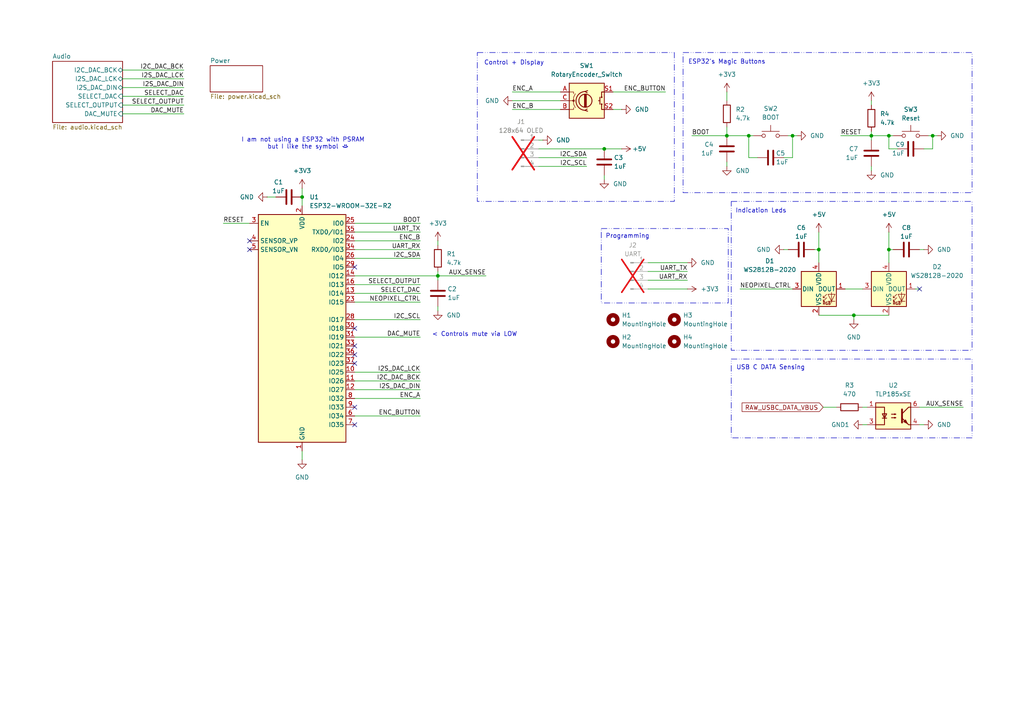
<source format=kicad_sch>
(kicad_sch (version 20250114) (generator "eeschema") (generator_version "9.0")
  (paper "A4")
  (title_block (title "echowawa") (date "2025-07-27") (rev "v1") (company "moonbeeper"))
  (lib_symbols
    (symbol "Connector:Conn_01x04_Pin" (pin_names (offset 1.016) (hide yes))
      (property "Reference" "J" (at 0 5.08 0))
      (property "Value" "Conn_01x04_Pin" (at 0 -7.62 0))
      (symbol "Conn_01x04_Pin_1_1"
        (rectangle (start 0.8636 2.667) (end 0 2.413) (stroke (width 0.1524)) (fill (type outline)))
        (rectangle (start 0.8636 0.127) (end 0 -0.127) (stroke (width 0.1524)) (fill (type outline)))
        (rectangle (start 0.8636 -2.413) (end 0 -2.667) (stroke (width 0.1524)) (fill (type outline)))
        (rectangle (start 0.8636 -4.953) (end 0 -5.207) (stroke (width 0.1524)) (fill (type outline)))
        (polyline (pts (xy 1.27 2.54) (xy 0.8636 2.54)) (stroke (width 0.1524)))
        (polyline (pts (xy 1.27 0) (xy 0.8636 0)) (stroke (width 0.1524)))
        (polyline (pts (xy 1.27 -2.54) (xy 0.8636 -2.54)) (stroke (width 0.1524)))
        (polyline (pts (xy 1.27 -5.08) (xy 0.8636 -5.08)) (stroke (width 0.1524)))
        (pin passive line (at 5.08 2.54 180) (length 3.81) (name "Pin_1") (number "1"))
        (pin passive line (at 5.08 0 180) (length 3.81) (name "Pin_2") (number "2"))
        (pin passive line (at 5.08 -2.54 180) (length 3.81) (name "Pin_3") (number "3"))
        (pin passive line (at 5.08 -5.08 180) (length 3.81) (name "Pin_4") (number "4"))
      )
    )
    (symbol "Device:C" (pin_numbers (hide yes)) (pin_names (offset 0.254))
      (property "Reference" "C" (at 0.635 2.54 0))
      (property "Value" "C" (at 0.635 -2.54 0))
      (symbol "C_0_1"
        (polyline (pts (xy -2.032 0.762) (xy 2.032 0.762)) (stroke (width 0.508)))
        (polyline (pts (xy -2.032 -0.762) (xy 2.032 -0.762)) (stroke (width 0.508)))
      )
      (symbol "C_1_1"
        (pin passive line (at 0 3.81 270) (length 2.794) (name "~") (number "1"))
        (pin passive line (at 0 -3.81 90) (length 2.794) (name "~") (number "2"))
      )
    )
    (symbol "Device:R" (pin_numbers (hide yes)) (pin_names (offset 0))
      (property "Reference" "R" (at 2.032 0 90))
      (property "Value" "R" (at 0 0 90))
      (symbol "R_0_1"
        (rectangle (start -1.016 -2.54) (end 1.016 2.54) (stroke (width 0.254)))
      )
      (symbol "R_1_1"
        (pin passive line (at 0 3.81 270) (length 1.27) (name "~") (number "1"))
        (pin passive line (at 0 -3.81 90) (length 1.27) (name "~") (number "2"))
      )
    )
    (symbol "Device:RotaryEncoder_Switch" (pin_names (offset 0.254) (hide yes))
      (property "Reference" "SW" (at 0 6.604 0))
      (property "Value" "RotaryEncoder_Switch" (at 0 -6.604 0))
      (symbol "RotaryEncoder_Switch_0_1"
        (rectangle (start -5.08 5.08) (end 5.08 -5.08) (stroke (width 0.254)) (fill (type background)))
        (polyline (pts (xy -5.08 2.54) (xy -3.81 2.54) (xy -3.81 2.032)))
        (polyline (pts (xy -5.08 0) (xy -3.81 0) (xy -3.81 -1.016) (xy -3.302 -2.032)))
        (polyline (pts (xy -5.08 -2.54) (xy -3.81 -2.54) (xy -3.81 -2.032)))
        (polyline (pts (xy -4.318 0) (xy -3.81 0) (xy -3.81 1.016) (xy -3.302 2.032)))
        (circle (center -3.81 0) (radius 0.254) (fill (type outline)))
        (polyline (pts (xy -0.635 -1.778) (xy -0.635 1.778)) (stroke (width 0.254)))
        (circle (center -0.381 0) (radius 1.905) (stroke (width 0.254)))
        (polyline (pts (xy -0.381 -1.778) (xy -0.381 1.778)) (stroke (width 0.254)))
        (arc (start -0.381 -2.794) (mid -3.0988 -0.0635) (end -0.381 2.667) (stroke (width 0.254)))
        (polyline (pts (xy -0.127 1.778) (xy -0.127 -1.778)) (stroke (width 0.254)))
        (polyline (pts (xy 0.254 2.921) (xy -0.508 2.667) (xy 0.127 2.286)) (stroke (width 0.254)))
        (polyline (pts (xy 0.254 -3.048) (xy -0.508 -2.794) (xy 0.127 -2.413)) (stroke (width 0.254)))
        (polyline (pts (xy 3.81 1.016) (xy 3.81 -1.016)) (stroke (width 0.254)))
        (polyline (pts (xy 3.81 0) (xy 3.429 0)) (stroke (width 0.254)))
        (circle (center 4.318 1.016) (radius 0.127) (stroke (width 0.254)))
        (circle (center 4.318 -1.016) (radius 0.127) (stroke (width 0.254)))
        (polyline (pts (xy 5.08 2.54) (xy 4.318 2.54) (xy 4.318 1.016)) (stroke (width 0.254)))
        (polyline (pts (xy 5.08 -2.54) (xy 4.318 -2.54) (xy 4.318 -1.016)) (stroke (width 0.254)))
      )
      (symbol "RotaryEncoder_Switch_1_1"
        (pin passive line (at -7.62 2.54 0) (length 2.54) (name "A") (number "A"))
        (pin passive line (at -7.62 0 0) (length 2.54) (name "C") (number "C"))
        (pin passive line (at -7.62 -2.54 0) (length 2.54) (name "B") (number "B"))
        (pin passive line (at 7.62 2.54 180) (length 2.54) (name "S1") (number "S1"))
        (pin passive line (at 7.62 -2.54 180) (length 2.54) (name "S2") (number "S2"))
      )
    )
    (symbol "Isolator:TLP185xSE"
      (property "Reference" "U" (at -5.08 5.08 0))
      (property "Value" "TLP185xSE" (at -5.08 -5.08 0))
      (symbol "TLP185xSE_0_1"
        (rectangle (start -5.08 3.81) (end 5.08 -3.81) (stroke (width 0.254)) (fill (type background)))
        (polyline (pts (xy -5.08 -2.54) (xy -2.54 -2.54) (xy -2.54 2.54) (xy -5.08 2.54)) (stroke (width 0.254)))
        (polyline (pts (xy -3.175 -0.635) (xy -1.905 -0.635)) (stroke (width 0.254)))
        (polyline (pts (xy -2.54 -0.635) (xy -3.175 0.635) (xy -1.905 0.635) (xy -2.54 -0.635)) (stroke (width 0.254)))
        (polyline (pts (xy -0.508 0.508) (xy 0.762 0.508) (xy 0.381 0.381) (xy 0.381 0.635) (xy 0.762 0.508)) (stroke (width 0.254)))
        (polyline (pts (xy -0.508 -0.508) (xy 0.762 -0.508) (xy 0.381 -0.635) (xy 0.381 -0.381) (xy 0.762 -0.508)) (stroke (width 0.254)))
        (polyline (pts (xy 2.54 1.905) (xy 2.54 -1.905) (xy 2.54 -1.905)) (stroke (width 0.508)))
        (polyline (pts (xy 3.048 -1.651) (xy 3.556 -1.143) (xy 4.064 -2.159) (xy 3.048 -1.651) (xy 3.048 -1.651)) (stroke (width 0.254)) (fill (type outline)))
        (polyline (pts (xy 5.08 2.54) (xy 4.445 2.54) (xy 2.54 0.635)) (stroke (width 0.254)))
        (polyline (pts (xy 5.08 -2.54) (xy 4.445 -2.54) (xy 2.54 -0.635)) (stroke (width 0.254)))
      )
      (symbol "TLP185xSE_1_1"
        (pin passive line (at -7.62 2.54 0) (length 2.54) (name "~") (number "1"))
        (pin passive line (at -7.62 -2.54 0) (length 2.54) (name "~") (number "3"))
        (pin passive line (at 7.62 2.54 180) (length 2.54) (name "~") (number "6"))
        (pin passive line (at 7.62 -2.54 180) (length 2.54) (name "~") (number "4"))
      )
    )
    (symbol "LED:WS2812B-2020" (pin_names (offset 0.254))
      (property "Reference" "D" (at 5.08 5.715 0))
      (property "Value" "WS2812B-2020" (at 1.27 -5.715 0))
      (symbol "WS2812B-2020_0_0"
        (text "RGB" (at 2.286 -4.191 0) (effects (font (size 0.762 0.762))))
      )
      (symbol "WS2812B-2020_0_1"
        (polyline (pts (xy 1.27 -2.54) (xy 1.778 -2.54)))
        (polyline (pts (xy 1.27 -3.556) (xy 1.778 -3.556)))
        (polyline (pts (xy 2.286 -1.524) (xy 1.27 -2.54) (xy 1.27 -2.032)))
        (polyline (pts (xy 2.286 -2.54) (xy 1.27 -3.556) (xy 1.27 -3.048)))
        (polyline (pts (xy 3.683 -1.016) (xy 3.683 -3.556) (xy 3.683 -4.064)))
        (polyline (pts (xy 4.699 -1.524) (xy 2.667 -1.524) (xy 3.683 -3.556) (xy 4.699 -1.524)))
        (polyline (pts (xy 4.699 -3.556) (xy 2.667 -3.556)))
        (rectangle (start 5.08 5.08) (end -5.08 -5.08) (stroke (width 0.254)) (fill (type background)))
      )
      (symbol "WS2812B-2020_1_1"
        (pin input line (at -7.62 0 0) (length 2.54) (name "DIN") (number "3"))
        (pin power_in line (at 0 7.62 270) (length 2.54) (name "VDD") (number "4"))
        (pin power_in line (at 0 -7.62 90) (length 2.54) (name "VSS") (number "2"))
        (pin output line (at 7.62 0 180) (length 2.54) (name "DOUT") (number "1"))
      )
    )
    (symbol "Mechanical:MountingHole" (pin_names (offset 1.016)) (in_bom no)
      (property "Reference" "H" (at 0 5.08 0))
      (property "Value" "MountingHole" (at 0 3.175 0))
      (symbol "MountingHole_0_1"
        (circle (center 0 0) (radius 1.27) (stroke (width 1.27)))
      )
    )
    (symbol "RF_Module:ESP32-WROOM-32E-R2"
      (property "Reference" "U" (at -12.7 34.29 0))
      (property "Value" "ESP32-WROOM-32E-R2" (at 1.27 34.29 0))
      (symbol "ESP32-WROOM-32E-R2_0_1"
        (rectangle (start -12.7 33.02) (end 12.7 -33.02) (stroke (width 0.254)) (fill (type background)))
      )
      (symbol "ESP32-WROOM-32E-R2_1_1"
        (pin input line (at -15.24 30.48 0) (length 2.54) (name "EN") (number "3"))
        (pin input line (at -15.24 25.4 0) (length 2.54) (name "SENSOR_VP") (number "4"))
        (pin input line (at -15.24 22.86 0) (length 2.54) (name "SENSOR_VN") (number "5"))
        (pin no_connect line (at -12.7 0 0) (length 2.54) (hide yes) (name "NC") (number "21"))
        (pin no_connect line (at -12.7 -2.54 0) (length 2.54) (hide yes) (name "NC") (number "22"))
        (pin no_connect line (at -12.7 -5.08 0) (length 2.54) (hide yes) (name "NC") (number "17"))
        (pin no_connect line (at -12.7 -7.62 0) (length 2.54) (hide yes) (name "NC") (number "18"))
        (pin no_connect line (at -12.7 -10.16 0) (length 2.54) (hide yes) (name "NC") (number "20"))
        (pin no_connect line (at -12.7 -12.7 0) (length 2.54) (hide yes) (name "NC") (number "19"))
        (pin no_connect line (at -12.7 -27.94 0) (length 2.54) (hide yes) (name "NC") (number "32"))
        (pin power_in line (at 0 35.56 270) (length 2.54) (name "VDD") (number "2"))
        (pin power_in line (at 0 -35.56 90) (length 2.54) (name "GND") (number "1"))
        (pin passive line (at 0 -35.56 90) (length 2.54) (hide yes) (name "GND") (number "15"))
        (pin passive line (at 0 -35.56 90) (length 2.54) (hide yes) (name "GND") (number "38"))
        (pin passive line (at 0 -35.56 90) (length 2.54) (hide yes) (name "GND") (number "39"))
        (pin no_connect line (at 12.7 5.08 180) (length 2.54) (hide yes) (name "NC") (number "27"))
        (pin bidirectional line (at 15.24 30.48 180) (length 2.54) (name "IO0") (number "25"))
        (pin bidirectional line (at 15.24 27.94 180) (length 2.54) (name "TXD0/IO1") (number "35"))
        (pin bidirectional line (at 15.24 25.4 180) (length 2.54) (name "IO2") (number "24"))
        (pin bidirectional line (at 15.24 22.86 180) (length 2.54) (name "RXD0/IO3") (number "34"))
        (pin bidirectional line (at 15.24 20.32 180) (length 2.54) (name "IO4") (number "26"))
        (pin bidirectional line (at 15.24 17.78 180) (length 2.54) (name "IO5") (number "29"))
        (pin bidirectional line (at 15.24 15.24 180) (length 2.54) (name "IO12") (number "14"))
        (pin bidirectional line (at 15.24 12.7 180) (length 2.54) (name "IO13") (number "16"))
        (pin bidirectional line (at 15.24 10.16 180) (length 2.54) (name "IO14") (number "13"))
        (pin bidirectional line (at 15.24 7.62 180) (length 2.54) (name "IO15") (number "23"))
        (pin bidirectional line (at 15.24 2.54 180) (length 2.54) (name "IO17") (number "28"))
        (pin bidirectional line (at 15.24 0 180) (length 2.54) (name "IO18") (number "30"))
        (pin bidirectional line (at 15.24 -2.54 180) (length 2.54) (name "IO19") (number "31"))
        (pin bidirectional line (at 15.24 -5.08 180) (length 2.54) (name "IO21") (number "33"))
        (pin bidirectional line (at 15.24 -7.62 180) (length 2.54) (name "IO22") (number "36"))
        (pin bidirectional line (at 15.24 -10.16 180) (length 2.54) (name "IO23") (number "37"))
        (pin bidirectional line (at 15.24 -12.7 180) (length 2.54) (name "IO25") (number "10"))
        (pin bidirectional line (at 15.24 -15.24 180) (length 2.54) (name "IO26") (number "11"))
        (pin bidirectional line (at 15.24 -17.78 180) (length 2.54) (name "IO27") (number "12"))
        (pin bidirectional line (at 15.24 -20.32 180) (length 2.54) (name "IO32") (number "8"))
        (pin bidirectional line (at 15.24 -22.86 180) (length 2.54) (name "IO33") (number "9"))
        (pin input line (at 15.24 -25.4 180) (length 2.54) (name "IO34") (number "6"))
        (pin input line (at 15.24 -27.94 180) (length 2.54) (name "IO35") (number "7"))
      )
    )
    (symbol "Switch:SW_Push" (pin_numbers (hide yes)) (pin_names (offset 1.016) (hide yes))
      (property "Reference" "SW" (at 1.27 2.54 0))
      (property "Value" "SW_Push" (at 0 -1.524 0))
      (symbol "SW_Push_0_1"
        (circle (center -2.032 0) (radius 0.508))
        (polyline (pts (xy 0 1.27) (xy 0 3.048)))
        (circle (center 2.032 0) (radius 0.508))
        (polyline (pts (xy 2.54 1.27) (xy -2.54 1.27)))
        (pin passive line (at -5.08 0 0) (length 2.54) (name "1") (number "1"))
        (pin passive line (at 5.08 0 180) (length 2.54) (name "2") (number "2"))
      )
    )
    (symbol "power:+3V3" (power) (pin_numbers (hide yes)) (pin_names (offset 0) (hide yes))
      (property "Value" "+3V3" (at 0 3.556 0))
      (symbol "+3V3_0_1"
        (polyline (pts (xy -0.762 1.27) (xy 0 2.54)))
        (polyline (pts (xy 0 2.54) (xy 0.762 1.27)))
        (polyline (pts (xy 0 0) (xy 0 2.54)))
      )
      (symbol "+3V3_1_1"
        (pin power_in line (at 0 0 90) (length 0) (name "~") (number "1"))
      )
    )
    (symbol "power:+5V" (power) (pin_numbers (hide yes)) (pin_names (offset 0) (hide yes))
      (property "Value" "+5V" (at 0 3.556 0))
      (symbol "+5V_0_1"
        (polyline (pts (xy -0.762 1.27) (xy 0 2.54)))
        (polyline (pts (xy 0 2.54) (xy 0.762 1.27)))
        (polyline (pts (xy 0 0) (xy 0 2.54)))
      )
      (symbol "+5V_1_1"
        (pin power_in line (at 0 0 90) (length 0) (name "~") (number "1"))
      )
    )
    (symbol "power:GND" (power) (pin_numbers (hide yes)) (pin_names (offset 0) (hide yes))
      (property "Value" "GND" (at 0 -3.81 0))
      (symbol "GND_0_1"
        (polyline (pts (xy 0 0) (xy 0 -1.27) (xy 1.27 -1.27) (xy 0 -2.54) (xy -1.27 -1.27) (xy 0 -1.27)))
      )
      (symbol "GND_1_1"
        (pin power_in line (at 0 0 270) (length 0) (name "~") (number "1"))
      )
    )
    (symbol "power:GND1" (power) (pin_numbers (hide yes)) (pin_names (offset 0) (hide yes))
      (property "Value" "GND1" (at 0 -3.81 0))
      (symbol "GND1_0_1"
        (polyline (pts (xy 0 0) (xy 0 -1.27) (xy 1.27 -1.27) (xy 0 -2.54) (xy -1.27 -1.27) (xy 0 -1.27)))
      )
      (symbol "GND1_1_1"
        (pin power_in line (at 0 0 270) (length 0) (name "~") (number "1"))
      )
    )
  )
  (rectangle (start 198.12 15.24) (end 281.94 55.88) (stroke (width 0) (type dash_dot_dot)))
  (rectangle (start 138.43 15.24) (end 195.58 58.42) (stroke (width 0) (type dash_dot_dot)))
  (rectangle (start 174.389 66.2847) (end 211.219 87.8747) (stroke (width 0) (type dash_dot_dot)))
  (rectangle (start 212.09 104.14) (end 281.94 127) (stroke (width 0) (type dash_dot_dot)))
  (rectangle (start 212.09 58.42) (end 281.94 101.6) (stroke (width 0) (type dash_dot_dot)))
  (text "(:" (at 100.076 42.672 90) (effects (font (size 0.889 0.889) (thickness 0.254) (bold yes))))
  (text "ESP32's Magic Buttons" (at 210.82 18.034 0) (effects (font (size 1.27 1.27))))
  (text "Programming" (at 182.009 68.5707 0) (effects (font (size 1.27 1.27))))
  (text "Indication Leds" (at 220.726 61.214 0) (effects (font (size 1.27 1.27))))
  (text "< Controls mute via LOW" (at 137.668 97.028 0) (effects (font (size 1.27 1.27))))
  (text "USB C DATA Sensing" (at 223.52 106.68 0) (effects (font (size 1.27 1.27))))
  (text "Control + Display" (at 149.098 18.288 0) (effects (font (size 1.27 1.27))))
  (text "I am not using a ESP32 with PSRAM\nbut I like the symbol" (at 87.884 41.656 0) (effects (font (size 1.27 1.27))))
  (junction (at 210.82 39.37))
  (junction (at 237.49 72.39))
  (junction (at 257.81 72.39))
  (junction (at 87.63 57.15))
  (junction (at 247.65 91.44))
  (junction (at 257.81 39.37))
  (junction (at 229.87 39.37))
  (junction (at 217.17 39.37))
  (junction (at 270.51 39.37))
  (junction (at 252.73 39.37))
  (junction (at 175.26 43.18))
  (junction (at 127 80.01))
  (no_connect (at 102.87 95.25))
  (no_connect (at 102.87 100.33))
  (no_connect (at 72.39 72.39))
  (no_connect (at 102.87 118.11))
  (no_connect (at 266.7 83.82))
  (no_connect (at 102.87 123.19))
  (no_connect (at 72.39 69.85))
  (no_connect (at 102.87 102.87))
  (no_connect (at 102.87 77.47))
  (no_connect (at 102.87 105.41))
  (wire (pts (xy 156.21 43.18) (xy 175.26 43.18)))
  (wire (pts (xy 127 90.17) (xy 127 88.9)))
  (wire (pts (xy 121.92 115.57) (xy 102.87 115.57)))
  (wire (pts (xy 214.63 83.82) (xy 229.87 83.82)))
  (wire (pts (xy 175.26 50.8) (xy 175.26 52.07)))
  (wire (pts (xy 148.59 29.21) (xy 162.56 29.21)))
  (wire (pts (xy 121.92 87.63) (xy 102.87 87.63)))
  (wire (pts (xy 252.73 40.64) (xy 252.73 39.37)))
  (wire (pts (xy 267.97 123.19) (xy 266.7 123.19)))
  (wire (pts (xy 247.65 91.44) (xy 247.65 92.71)))
  (wire (pts (xy 266.7 83.82) (xy 265.43 83.82)))
  (wire (pts (xy 238.76 118.11) (xy 242.57 118.11)))
  (wire (pts (xy 270.51 43.18) (xy 270.51 39.37)))
  (wire (pts (xy 102.87 110.49) (xy 121.92 110.49)))
  (wire (pts (xy 200.66 39.37) (xy 210.82 39.37)))
  (wire (pts (xy 270.51 39.37) (xy 269.24 39.37)))
  (wire (pts (xy 259.08 72.39) (xy 257.81 72.39)))
  (wire (pts (xy 87.63 133.35) (xy 87.63 130.81)))
  (wire (pts (xy 252.73 39.37) (xy 257.81 39.37)))
  (wire (pts (xy 102.87 67.31) (xy 121.92 67.31)))
  (wire (pts (xy 140.97 80.01) (xy 127 80.01)))
  (wire (pts (xy 250.19 118.11) (xy 251.46 118.11)))
  (wire (pts (xy 199.39 81.28) (xy 187.96 81.28)))
  (wire (pts (xy 210.82 39.37) (xy 217.17 39.37)))
  (wire (pts (xy 271.78 39.37) (xy 270.51 39.37)))
  (wire (pts (xy 245.11 83.82) (xy 250.19 83.82)))
  (wire (pts (xy 64.77 64.77) (xy 72.39 64.77)))
  (wire (pts (xy 267.97 43.18) (xy 270.51 43.18)))
  (wire (pts (xy 53.34 27.94) (xy 35.56 27.94)))
  (wire (pts (xy 175.26 43.18) (xy 180.34 43.18)))
  (wire (pts (xy 210.82 48.26) (xy 210.82 46.99)))
  (wire (pts (xy 227.33 45.72) (xy 229.87 45.72)))
  (wire (pts (xy 157.48 40.64) (xy 156.21 40.64)))
  (wire (pts (xy 102.87 72.39) (xy 121.92 72.39)))
  (wire (pts (xy 236.22 72.39) (xy 237.49 72.39)))
  (wire (pts (xy 217.17 39.37) (xy 218.44 39.37)))
  (wire (pts (xy 87.63 54.61) (xy 87.63 57.15)))
  (wire (pts (xy 148.59 26.67) (xy 162.56 26.67)))
  (wire (pts (xy 53.34 33.02) (xy 35.56 33.02)))
  (wire (pts (xy 53.34 22.86) (xy 35.56 22.86)))
  (wire (pts (xy 53.34 20.32) (xy 35.56 20.32)))
  (wire (pts (xy 266.7 72.39) (xy 267.97 72.39)))
  (wire (pts (xy 170.18 45.72) (xy 156.21 45.72)))
  (wire (pts (xy 257.81 43.18) (xy 260.35 43.18)))
  (wire (pts (xy 102.87 64.77) (xy 121.92 64.77)))
  (wire (pts (xy 257.81 67.31) (xy 257.81 72.39)))
  (wire (pts (xy 53.34 25.4) (xy 35.56 25.4)))
  (wire (pts (xy 127 78.74) (xy 127 80.01)))
  (wire (pts (xy 229.87 39.37) (xy 231.14 39.37)))
  (wire (pts (xy 102.87 113.03) (xy 121.92 113.03)))
  (wire (pts (xy 148.59 31.75) (xy 162.56 31.75)))
  (wire (pts (xy 227.33 72.39) (xy 228.6 72.39)))
  (wire (pts (xy 252.73 38.1) (xy 252.73 39.37)))
  (wire (pts (xy 127 80.01) (xy 102.87 80.01)))
  (wire (pts (xy 279.4 118.11) (xy 266.7 118.11)))
  (wire (pts (xy 257.81 39.37) (xy 259.08 39.37)))
  (wire (pts (xy 199.39 78.74) (xy 187.96 78.74)))
  (wire (pts (xy 229.87 45.72) (xy 229.87 39.37)))
  (wire (pts (xy 237.49 72.39) (xy 237.49 76.2)))
  (wire (pts (xy 199.39 76.2) (xy 187.96 76.2)))
  (wire (pts (xy 77.47 57.15) (xy 80.01 57.15)))
  (wire (pts (xy 252.73 49.53) (xy 252.73 48.26)))
  (wire (pts (xy 237.49 91.44) (xy 247.65 91.44)))
  (wire (pts (xy 250.19 123.19) (xy 251.46 123.19)))
  (wire (pts (xy 102.87 107.95) (xy 121.92 107.95)))
  (wire (pts (xy 247.65 91.44) (xy 257.81 91.44)))
  (wire (pts (xy 257.81 39.37) (xy 257.81 43.18)))
  (wire (pts (xy 252.73 30.48) (xy 252.73 29.21)))
  (wire (pts (xy 237.49 67.31) (xy 237.49 72.39)))
  (wire (pts (xy 210.82 36.83) (xy 210.82 39.37)))
  (wire (pts (xy 127 81.28) (xy 127 80.01)))
  (wire (pts (xy 53.34 30.48) (xy 35.56 30.48)))
  (wire (pts (xy 127 71.12) (xy 127 69.85)))
  (wire (pts (xy 210.82 26.67) (xy 210.82 29.21)))
  (wire (pts (xy 180.34 31.75) (xy 177.8 31.75)))
  (wire (pts (xy 121.92 97.79) (xy 102.87 97.79)))
  (wire (pts (xy 193.04 26.67) (xy 177.8 26.67)))
  (wire (pts (xy 87.63 57.15) (xy 87.63 59.69)))
  (wire (pts (xy 121.92 120.65) (xy 102.87 120.65)))
  (wire (pts (xy 121.92 69.85) (xy 102.87 69.85)))
  (wire (pts (xy 102.87 92.71) (xy 121.92 92.71)))
  (wire (pts (xy 121.92 85.09) (xy 102.87 85.09)))
  (wire (pts (xy 228.6 39.37) (xy 229.87 39.37)))
  (wire (pts (xy 257.81 72.39) (xy 257.81 76.2)))
  (wire (pts (xy 199.39 83.82) (xy 187.96 83.82)))
  (wire (pts (xy 219.71 45.72) (xy 217.17 45.72)))
  (wire (pts (xy 217.17 45.72) (xy 217.17 39.37)))
  (wire (pts (xy 121.92 82.55) (xy 102.87 82.55)))
  (wire (pts (xy 170.18 48.26) (xy 156.21 48.26)))
  (wire (pts (xy 243.84 39.37) (xy 252.73 39.37)))
  (wire (pts (xy 102.87 74.93) (xy 121.92 74.93)))
  (label "UART_RX" (at 199.39 81.28 180))
  (label "SELECT_DAC" (at 121.92 85.09 180))
  (label "SELECT_DAC" (at 53.34 27.94 180))
  (label "I2C_SDA" (at 121.92 74.93 180))
  (label "I2S_DAC_LCK" (at 121.92 107.95 180))
  (label "SELECT_OUTPUT" (at 121.92 82.55 180))
  (label "AUX_SENSE" (at 279.4 118.11 180))
  (label "DAC_MUTE" (at 53.34 33.02 180))
  (label "NEOPIXEL_CTRL" (at 214.63 83.82 0))
  (label "ENC_A" (at 148.59 26.67 0))
  (label "I2S_DAC_DIN" (at 121.92 113.03 180))
  (label "NEOPIXEL_CTRL" (at 121.92 87.63 180))
  (label "I2C_SCL" (at 170.18 48.26 180))
  (label "UART_TX" (at 199.39 78.74 180))
  (label "DAC_MUTE" (at 121.92 97.79 180))
  (label "BOOT" (at 121.92 64.77 180))
  (label "UART_TX" (at 121.92 67.31 180))
  (label "I2S_DAC_LCK" (at 53.34 22.86 180))
  (label "ENC_B" (at 148.59 31.75 0))
  (label "ENC_BUTTON" (at 193.04 26.67 180))
  (label "I2C_SCL" (at 121.92 92.71 180))
  (label "BOOT" (at 200.66 39.37 0))
  (label "ENC_B" (at 121.92 69.85 180))
  (label "SELECT_OUTPUT" (at 53.34 30.48 180))
  (label "RESET" (at 243.84 39.37 0))
  (label "AUX_SENSE" (at 140.97 80.01 180))
  (label "ENC_BUTTON" (at 121.92 120.65 180))
  (label "I2S_DAC_DIN" (at 53.34 25.4 180))
  (label "ENC_A" (at 121.92 115.57 180))
  (label "I2C_DAC_BCK" (at 53.34 20.32 180))
  (label "I2C_SDA" (at 170.18 45.72 180))
  (label "UART_RX" (at 121.92 72.39 180))
  (label "I2C_DAC_BCK" (at 121.92 110.49 180))
  (label "RESET" (at 64.77 64.77 0))
  (global_label "RAW_USBC_DATA_VBUS" (shape input) (at 238.76 118.11 180) (property "Intersheetrefs" "${INTERSHEET_REFS}" (effects (hide yes))))
  (symbol (lib_id "Device:RotaryEncoder_Switch") (at 170.18 29.21 0) (unit 1)
    (property "Reference" "SW1" (at 170.18 19.05 0))
    (property "Value" "RotaryEncoder_Switch" (at 170.18 21.59 0))
    (property "Footprint" "Rotary_Encoder:RotaryEncoder_Alps_EC11E-Switch_Vertical_H20mm" (effects (hide yes)))
    (property "Description" "Rotary encoder, dual channel, incremental quadrate outputs, with switch" (effects (hide yes)))
    (property "LCSC" "C202365" (effects (hide yes)))
  )
  (symbol (lib_id "power:+3V3") (at 252.73 29.21 0) (unit 1)
    (property "Reference" "#PWR020" (effects (hide yes)))
    (property "Value" "+3V3" (at 252.73 24.13 0))
    (property "Description" "Power symbol creates a global label with name \"+3V3\"" (effects (hide yes)))
  )
  (symbol (lib_id "RF_Module:ESP32-WROOM-32E-R2") (at 87.63 95.25 0) (unit 1)
    (property "Reference" "U1" (at 89.7733 57.15 0) (effects (justify left)))
    (property "Value" "ESP32-WROOM-32E-R2" (at 89.7733 59.69 0) (effects (justify left)))
    (property "Footprint" "RF_Module:ESP32-WROOM-32D" (effects (hide yes)))
    (property "Datasheet" "https://www.espressif.com/sites/default/files/documentation/esp32-wroom-32e_esp32-wroom-32ue_datasheet_en.pdf" (effects (hide yes)))
    (property "Description" "RF Module, ESP32-D0WDR2-V3 SoC, with 2MB PSRAM, Wi-Fi 802.11b/g/n, Bluetooth, BLE, 32-bit, 2.7-3.6V, onboard antenna, SMD" (effects (hide yes)))
    (property "LCSC" "C701342" (effects (hide yes)))
  )
  (symbol (lib_id "Device:C") (at 175.26 46.99 180) (unit 1)
    (property "Reference" "C3" (at 178.054 45.72 0) (effects (justify right)))
    (property "Value" "1uF" (at 178.054 48.26 0) (effects (justify right)))
    (property "Footprint" "Capacitor_SMD:C_0603_1608Metric_Pad1.08x0.95mm_HandSolder" (effects (hide yes)))
    (property "Description" "Unpolarized capacitor" (effects (hide yes)))
    (property "LCSC" "C29936" (effects (hide yes)))
  )
  (symbol (lib_id "Connector:Conn_01x04_Pin") (at 151.13 43.18 0) (unit 1) (in_bom no) (dnp yes)
    (property "Reference" "J1" (at 151.13 35.306 0))
    (property "Value" "128x64 OLED" (at 151.13 37.846 0))
    (property "Footprint" "Connector_PinHeader_2.54mm:PinHeader_1x04_P2.54mm_Vertical" (effects (hide yes)))
    (property "Description" "Generic connector, single row, 01x04, script generated" (effects (hide yes)))
  )
  (symbol (lib_id "power:+3V3") (at 127 69.85 0) (unit 1)
    (property "Reference" "#PWR04" (effects (hide yes)))
    (property "Value" "+3V3" (at 127 64.77 0))
    (property "Description" "Power symbol creates a global label with name \"+3V3\"" (effects (hide yes)))
  )
  (symbol (lib_id "power:GND1") (at 250.19 123.19 270) (unit 1)
    (property "Reference" "#PWR019" (effects (hide yes)))
    (property "Value" "GND1" (at 246.38 123.1899 90) (effects (justify right)))
    (property "Description" "Power symbol creates a global label with name \"GND1\" , ground" (effects (hide yes)))
  )
  (symbol (lib_id "power:GND") (at 271.78 39.37 90) (unit 1)
    (property "Reference" "#PWR025" (effects (hide yes)))
    (property "Value" "GND" (at 275.59 39.3699 90) (effects (justify right)))
    (property "Description" "Power symbol creates a global label with name \"GND\" , ground" (effects (hide yes)))
  )
  (symbol (lib_id "Isolator:TLP185xSE") (at 259.08 120.65 0) (unit 1)
    (property "Reference" "U2" (at 259.08 111.76 0))
    (property "Value" "TLP185xSE" (at 259.08 114.3 0))
    (property "Footprint" "Package_SO:SOIC-4_4.55x3.7mm_P2.54mm" (effects (hide yes)))
    (property "Datasheet" "https://toshiba.semicon-storage.com/info/docget.jsp?did=14111&prodName=TLP185(SE" (effects (hide yes)))
    (property "Description" "DC Optocoupler, Vce 80V, CTR 50-100%, MFSOP6" (effects (hide yes)))
    (property "LCSC" "C7240" (effects (hide yes)))
  )
  (symbol (lib_id "Device:R") (at 210.82 33.02 0) (unit 1)
    (property "Reference" "R2" (at 213.36 31.7499 0) (effects (justify left)))
    (property "Value" "4.7k" (at 213.36 34.2899 0) (effects (justify left)))
    (property "Footprint" "Resistor_SMD:R_0603_1608Metric_Pad0.98x0.95mm_HandSolder" (effects (hide yes)))
    (property "Description" "Resistor" (effects (hide yes)))
    (property "LCSC" "C99782" (effects (hide yes)))
  )
  (symbol (lib_id "power:GND") (at 148.59 29.21 270) (unit 1)
    (property "Reference" "#PWR06" (effects (hide yes)))
    (property "Value" "GND" (at 144.78 29.2099 90) (effects (justify right)))
    (property "Description" "Power symbol creates a global label with name \"GND\" , ground" (effects (hide yes)))
  )
  (symbol (lib_id "power:GND") (at 199.39 76.2 90) (unit 1)
    (property "Reference" "#PWR012" (effects (hide yes)))
    (property "Value" "GND" (at 203.2 76.1999 90) (effects (justify right)))
    (property "Description" "Power symbol creates a global label with name \"GND\" , ground" (effects (hide yes)))
  )
  (symbol (lib_id "Device:C") (at 252.73 44.45 180) (unit 1)
    (property "Reference" "C7" (at 248.92 43.1801 0) (effects (justify left)))
    (property "Value" "1uF" (at 248.92 45.7201 0) (effects (justify left)))
    (property "Footprint" "Capacitor_SMD:C_0603_1608Metric_Pad1.08x0.95mm_HandSolder" (effects (hide yes)))
    (property "Description" "Unpolarized capacitor" (effects (hide yes)))
    (property "LCSC" "C29936" (effects (hide yes)))
  )
  (symbol (lib_id "power:+3V3") (at 199.39 83.82 270) (unit 1)
    (property "Reference" "#PWR011" (effects (hide yes)))
    (property "Value" "+3V3" (at 203.2 83.8199 90) (effects (justify left)))
    (property "Description" "Power symbol creates a global label with name \"+3V3\"" (effects (hide yes)))
  )
  (symbol (lib_id "power:GND") (at 175.26 52.07 0) (unit 1)
    (property "Reference" "#PWR08" (effects (hide yes)))
    (property "Value" "GND" (at 177.8 53.3399 0) (effects (justify left)))
    (property "Description" "Power symbol creates a global label with name \"GND\" , ground" (effects (hide yes)))
  )
  (symbol (lib_id "Device:C") (at 127 85.09 180) (unit 1)
    (property "Reference" "C2" (at 129.794 83.82 0) (effects (justify right)))
    (property "Value" "1uF" (at 129.794 86.36 0) (effects (justify right)))
    (property "Footprint" "Capacitor_SMD:C_0603_1608Metric_Pad1.08x0.95mm_HandSolder" (effects (hide yes)))
    (property "Description" "Unpolarized capacitor" (effects (hide yes)))
    (property "LCSC" "C29936" (effects (hide yes)))
  )
  (symbol (lib_id "power:+5V") (at 180.34 43.18 270) (unit 1)
    (property "Reference" "#PWR010" (effects (hide yes)))
    (property "Value" "+5V" (at 185.42 43.18 90))
    (property "Description" "Power symbol creates a global label with name \"+5V\"" (effects (hide yes)))
  )
  (symbol (lib_id "power:+5V") (at 257.81 67.31 0) (unit 1)
    (property "Reference" "#PWR022" (effects (hide yes)))
    (property "Value" "+5V" (at 257.81 62.23 0))
    (property "Description" "Power symbol creates a global label with name \"+5V\"" (effects (hide yes)))
  )
  (symbol (lib_id "Mechanical:MountingHole") (at 195.58 99.06 0) (unit 1) (in_bom no)
    (property "Reference" "H4" (at 198.12 97.7899 0) (effects (justify left)))
    (property "Value" "MountingHole" (at 198.12 100.3299 0) (effects (justify left)))
    (property "Footprint" "MountingHole:MountingHole_2.7mm_M2.5" (effects (hide yes)))
    (property "Description" "Mounting Hole without connection" (effects (hide yes)))
  )
  (symbol (lib_id "power:GND") (at 210.82 48.26 0) (unit 1)
    (property "Reference" "#PWR014" (effects (hide yes)))
    (property "Value" "GND" (at 213.36 49.5299 0) (effects (justify left)))
    (property "Description" "Power symbol creates a global label with name \"GND\" , ground" (effects (hide yes)))
  )
  (symbol (lib_id "power:+3V3") (at 87.63 54.61 0) (unit 1)
    (property "Reference" "#PWR02" (effects (hide yes)))
    (property "Value" "+3V3" (at 87.63 49.53 0))
    (property "Description" "Power symbol creates a global label with name \"+3V3\"" (effects (hide yes)))
  )
  (symbol (lib_id "LED:WS2812B-2020") (at 257.81 83.82 0) (unit 1)
    (property "Reference" "D2" (at 271.78 77.3998 0))
    (property "Value" "WS2812B-2020" (at 271.78 79.9398 0))
    (property "Footprint" "LED_SMD:LED_WS2812B-2020_PLCC4_2.0x2.0mm" (effects (hide yes)))
    (property "Datasheet" "https://cdn-shop.adafruit.com/product-files/4684/4684_WS2812B-2020_V1.3_EN.pdf" (effects (hide yes)))
    (property "Description" "RGB LED with integrated controller, 2.0 x 2.0 mm, 12 mA" (effects (hide yes)))
    (property "LCSC" "C965555" (effects (hide yes)))
  )
  (symbol (lib_id "power:GND") (at 180.34 31.75 90) (unit 1)
    (property "Reference" "#PWR09" (effects (hide yes)))
    (property "Value" "GND" (at 184.15 31.7499 90) (effects (justify right)))
    (property "Description" "Power symbol creates a global label with name \"GND\" , ground" (effects (hide yes)))
  )
  (symbol (lib_id "power:GND") (at 127 90.17 0) (unit 1)
    (property "Reference" "#PWR05" (effects (hide yes)))
    (property "Value" "GND" (at 129.54 91.4399 0) (effects (justify left)))
    (property "Description" "Power symbol creates a global label with name \"GND\" , ground" (effects (hide yes)))
  )
  (symbol (lib_id "power:GND") (at 231.14 39.37 90) (unit 1)
    (property "Reference" "#PWR016" (effects (hide yes)))
    (property "Value" "GND" (at 234.95 39.3699 90) (effects (justify right)))
    (property "Description" "Power symbol creates a global label with name \"GND\" , ground" (effects (hide yes)))
  )
  (symbol (lib_id "power:+3V3") (at 210.82 26.67 0) (unit 1)
    (property "Reference" "#PWR013" (effects (hide yes)))
    (property "Value" "+3V3" (at 210.82 21.59 0))
    (property "Description" "Power symbol creates a global label with name \"+3V3\"" (effects (hide yes)))
  )
  (symbol (lib_id "Mechanical:MountingHole") (at 177.8 99.06 0) (unit 1) (in_bom no)
    (property "Reference" "H2" (at 180.34 97.7899 0) (effects (justify left)))
    (property "Value" "MountingHole" (at 180.34 100.3299 0) (effects (justify left)))
    (property "Footprint" "MountingHole:MountingHole_2.7mm_M2.5" (effects (hide yes)))
    (property "Description" "Mounting Hole without connection" (effects (hide yes)))
  )
  (symbol (lib_id "Connector:Conn_01x04_Pin") (at 182.88 78.74 0) (unit 1) (in_bom no) (dnp yes)
    (property "Reference" "J2" (at 183.515 71.12 0))
    (property "Value" "UART" (at 183.515 73.66 0))
    (property "Footprint" "Connector_PinHeader_2.54mm:PinHeader_1x04_P2.54mm_Vertical" (effects (hide yes)))
    (property "Description" "Generic connector, single row, 01x04, script generated" (effects (hide yes)))
  )
  (symbol (lib_id "power:GND") (at 247.65 92.71 0) (unit 1)
    (property "Reference" "#PWR018" (effects (hide yes)))
    (property "Value" "GND" (at 247.65 97.79 0))
    (property "Description" "Power symbol creates a global label with name \"GND\" , ground" (effects (hide yes)))
  )
  (symbol (lib_id "Device:R") (at 246.38 118.11 90) (unit 1)
    (property "Reference" "R3" (at 246.38 111.76 90))
    (property "Value" "470" (at 246.38 114.3 90))
    (property "Footprint" "Resistor_SMD:R_0603_1608Metric_Pad0.98x0.95mm_HandSolder" (effects (hide yes)))
    (property "Description" "Resistor" (effects (hide yes)))
    (property "LCSC" "C114669" (effects (hide yes)))
  )
  (symbol (lib_id "Device:C") (at 83.82 57.15 270) (unit 1)
    (property "Reference" "C1" (at 80.772 52.832 90))
    (property "Value" "1uF" (at 80.772 55.372 90))
    (property "Footprint" "Capacitor_SMD:C_0603_1608Metric_Pad1.08x0.95mm_HandSolder" (effects (hide yes)))
    (property "Description" "Unpolarized capacitor" (effects (hide yes)))
    (property "LCSC" "C29936" (effects (hide yes)))
  )
  (symbol (lib_id "power:GND") (at 87.63 133.35 0) (unit 1)
    (property "Reference" "#PWR03" (effects (hide yes)))
    (property "Value" "GND" (at 87.63 138.43 0))
    (property "Description" "Power symbol creates a global label with name \"GND\" , ground" (effects (hide yes)))
  )
  (symbol (lib_id "Mechanical:MountingHole") (at 177.8 92.71 0) (unit 1) (in_bom no)
    (property "Reference" "H1" (at 180.34 91.4399 0) (effects (justify left)))
    (property "Value" "MountingHole" (at 180.34 93.9799 0) (effects (justify left)))
    (property "Footprint" "MountingHole:MountingHole_2.7mm_M2.5" (effects (hide yes)))
    (property "Description" "Mounting Hole without connection" (effects (hide yes)))
  )
  (symbol (lib_id "power:GND") (at 77.47 57.15 270) (unit 1)
    (property "Reference" "#PWR01" (effects (hide yes)))
    (property "Value" "GND" (at 73.66 57.1499 90) (effects (justify right)))
    (property "Description" "Power symbol creates a global label with name \"GND\" , ground" (effects (hide yes)))
  )
  (symbol (lib_id "Device:C") (at 264.16 43.18 90) (unit 1)
    (property "Reference" "C9" (at 262.382 41.91 90) (effects (justify left)))
    (property "Value" "1uF" (at 262.382 44.45 90) (effects (justify left)))
    (property "Footprint" "Capacitor_SMD:C_0603_1608Metric_Pad1.08x0.95mm_HandSolder" (effects (hide yes)))
    (property "Description" "Unpolarized capacitor" (effects (hide yes)))
    (property "LCSC" "C29936" (effects (hide yes)))
  )
  (symbol (lib_id "Device:R") (at 252.73 34.29 180) (unit 1)
    (property "Reference" "R4" (at 255.27 33.0199 0) (effects (justify right)))
    (property "Value" "4.7k" (at 255.27 35.5599 0) (effects (justify right)))
    (property "Footprint" "Resistor_SMD:R_0603_1608Metric_Pad0.98x0.95mm_HandSolder" (effects (hide yes)))
    (property "Description" "Resistor" (effects (hide yes)))
    (property "LCSC" "C99782" (effects (hide yes)))
  )
  (symbol (lib_id "power:GND") (at 157.48 40.64 90) (unit 1)
    (property "Reference" "#PWR07" (effects (hide yes)))
    (property "Value" "GND" (at 161.29 40.6399 90) (effects (justify right)))
    (property "Description" "Power symbol creates a global label with name \"GND\" , ground" (effects (hide yes)))
  )
  (symbol (lib_id "Switch:SW_Push") (at 223.52 39.37 0) (unit 1)
    (property "Reference" "SW2" (at 223.52 31.496 0))
    (property "Value" "BOOT" (at 223.52 34.036 0))
    (property "Footprint" "kicad_why:SW-SMD_L3.9-W3.0-P4.45" (effects (hide yes)))
    (property "Description" "Push button switch, generic, two pins" (effects (hide yes)))
    (property "LCSC" "C720477" (effects (hide yes)))
  )
  (symbol (lib_id "power:GND") (at 252.73 49.53 0) (unit 1)
    (property "Reference" "#PWR021" (effects (hide yes)))
    (property "Value" "GND" (at 255.27 50.7999 0) (effects (justify left)))
    (property "Description" "Power symbol creates a global label with name \"GND\" , ground" (effects (hide yes)))
  )
  (symbol (lib_id "power:GND") (at 227.33 72.39 270) (unit 1)
    (property "Reference" "#PWR015" (effects (hide yes)))
    (property "Value" "GND" (at 223.52 72.3899 90) (effects (justify right)))
    (property "Description" "Power symbol creates a global label with name \"GND\" , ground" (effects (hide yes)))
  )
  (symbol (lib_id "Device:C") (at 210.82 43.18 180) (unit 1)
    (property "Reference" "C4" (at 207.01 41.9101 0) (effects (justify left)))
    (property "Value" "1uF" (at 207.01 44.4501 0) (effects (justify left)))
    (property "Footprint" "Capacitor_SMD:C_0603_1608Metric_Pad1.08x0.95mm_HandSolder" (effects (hide yes)))
    (property "Description" "Unpolarized capacitor" (effects (hide yes)))
    (property "LCSC" "C29936" (effects (hide yes)))
  )
  (symbol (lib_id "Mechanical:MountingHole") (at 195.58 92.71 0) (unit 1) (in_bom no)
    (property "Reference" "H3" (at 198.12 91.4399 0) (effects (justify left)))
    (property "Value" "MountingHole" (at 198.12 93.9799 0) (effects (justify left)))
    (property "Footprint" "MountingHole:MountingHole_2.7mm_M2.5" (effects (hide yes)))
    (property "Description" "Mounting Hole without connection" (effects (hide yes)))
  )
  (symbol (lib_id "LED:WS2812B-2020") (at 237.49 83.82 0) (unit 1)
    (property "Reference" "D1" (at 223.266 75.692 0))
    (property "Value" "WS2812B-2020" (at 223.266 78.232 0))
    (property "Footprint" "LED_SMD:LED_WS2812B-2020_PLCC4_2.0x2.0mm" (effects (hide yes)))
    (property "Datasheet" "https://cdn-shop.adafruit.com/product-files/4684/4684_WS2812B-2020_V1.3_EN.pdf" (effects (hide yes)))
    (property "Description" "RGB LED with integrated controller, 2.0 x 2.0 mm, 12 mA" (effects (hide yes)))
    (property "LCSC" "C965555" (effects (hide yes)))
  )
  (symbol (lib_id "Device:C") (at 232.41 72.39 90) (unit 1)
    (property "Reference" "C6" (at 232.41 66.04 90))
    (property "Value" "1uF" (at 232.41 68.58 90))
    (property "Footprint" "Capacitor_SMD:C_0603_1608Metric_Pad1.08x0.95mm_HandSolder" (effects (hide yes)))
    (property "Description" "Unpolarized capacitor" (effects (hide yes)))
    (property "LCSC" "C29936" (effects (hide yes)))
  )
  (symbol (lib_id "power:GND") (at 267.97 72.39 90) (unit 1)
    (property "Reference" "#PWR023" (effects (hide yes)))
    (property "Value" "GND" (at 271.78 72.3901 90) (effects (justify right)))
    (property "Description" "Power symbol creates a global label with name \"GND\" , ground" (effects (hide yes)))
  )
  (symbol (lib_id "power:+5V") (at 237.49 67.31 0) (unit 1)
    (property "Reference" "#PWR017" (effects (hide yes)))
    (property "Value" "+5V" (at 237.49 62.23 0))
    (property "Description" "Power symbol creates a global label with name \"+5V\"" (effects (hide yes)))
  )
  (symbol (lib_id "Device:C") (at 223.52 45.72 90) (unit 1)
    (property "Reference" "C5" (at 225.044 44.45 90) (effects (justify right)))
    (property "Value" "1uF" (at 225.044 46.99 90) (effects (justify right)))
    (property "Footprint" "Capacitor_SMD:C_0603_1608Metric_Pad1.08x0.95mm_HandSolder" (effects (hide yes)))
    (property "Description" "Unpolarized capacitor" (effects (hide yes)))
    (property "LCSC" "C29936" (effects (hide yes)))
  )
  (symbol (lib_id "Device:R") (at 127 74.93 180) (unit 1)
    (property "Reference" "R1" (at 129.54 73.6599 0) (effects (justify right)))
    (property "Value" "4.7k" (at 129.54 76.1999 0) (effects (justify right)))
    (property "Footprint" "Resistor_SMD:R_0603_1608Metric_Pad0.98x0.95mm_HandSolder" (effects (hide yes)))
    (property "Description" "Resistor" (effects (hide yes)))
    (property "LCSC" "C99782" (effects (hide yes)))
  )
  (symbol (lib_id "power:GND") (at 267.97 123.19 90) (unit 1)
    (property "Reference" "#PWR024" (effects (hide yes)))
    (property "Value" "GND" (at 271.78 123.1899 90) (effects (justify right)))
    (property "Description" "Power symbol creates a global label with name \"GND\" , ground" (effects (hide yes)))
  )
  (symbol (lib_id "Switch:SW_Push") (at 264.16 39.37 0) (unit 1)
    (property "Reference" "SW3" (at 264.16 31.75 0))
    (property "Value" "Reset" (at 264.16 34.29 0))
    (property "Footprint" "kicad_why:SW-SMD_L3.9-W3.0-P4.45" (effects (hide yes)))
    (property "Description" "Push button switch, generic, two pins" (effects (hide yes)))
    (property "LCSC" "C720477" (effects (hide yes)))
  )
  (symbol (lib_id "Device:C") (at 262.89 72.39 90) (unit 1)
    (property "Reference" "C8" (at 262.89 66.04 90))
    (property "Value" "1uF" (at 262.89 68.58 90))
    (property "Footprint" "Capacitor_SMD:C_0603_1608Metric_Pad1.08x0.95mm_HandSolder" (effects (hide yes)))
    (property "Description" "Unpolarized capacitor" (effects (hide yes)))
    (property "LCSC" "C29936" (effects (hide yes)))
  )
  (sheet (at 60.96 19.05) (size 15.24 7.62) (stroke (width 0.1524))
    (property "Sheetname" "Power" (at 60.96 18.3384 0) (effects (justify left bottom)))
    (property "Sheetfile" "power.kicad_sch" (at 60.96 27.2546 0) (effects (justify left top)))
  )
  (sheet (at 15.24 17.78) (size 20.32 17.78) (stroke (width 0.1524))
    (property "Sheetname" "Audio" (at 15.24 17.0684 0) (effects (justify left bottom)))
    (property "Sheetfile" "audio.kicad_sch" (at 15.24 36.1446 0) (effects (justify left top)))
    (pin "I2C_DAC_BCK" bidirectional (at 35.56 20.32 0))
    (pin "I2S_DAC_LCK" bidirectional (at 35.56 22.86 0))
    (pin "I2S_DAC_DIN" bidirectional (at 35.56 25.4 0))
    (pin "SELECT_DAC" input (at 35.56 27.94 0))
    (pin "SELECT_OUTPUT" input (at 35.56 30.48 0))
    (pin "DAC_MUTE" input (at 35.56 33.02 0))
  )
)
</source>
